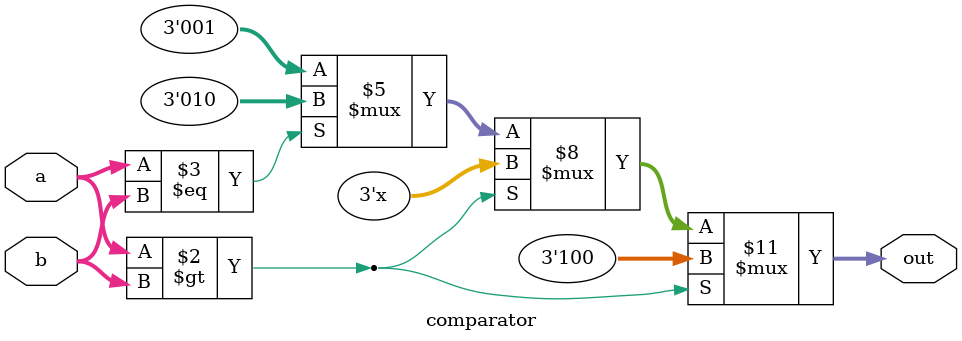
<source format=v>
`timescale 1ns / 1ps

module comparator(
        input [2:0] a,
        input [2:0] b,
        output reg [2:0] out
    );   
 always @ (*)
 if( a > b)
    out = 3'b100;
 else if ( a == b )
    out = 3'b010;
 else 
    out = 3'b001;
endmodule

</source>
